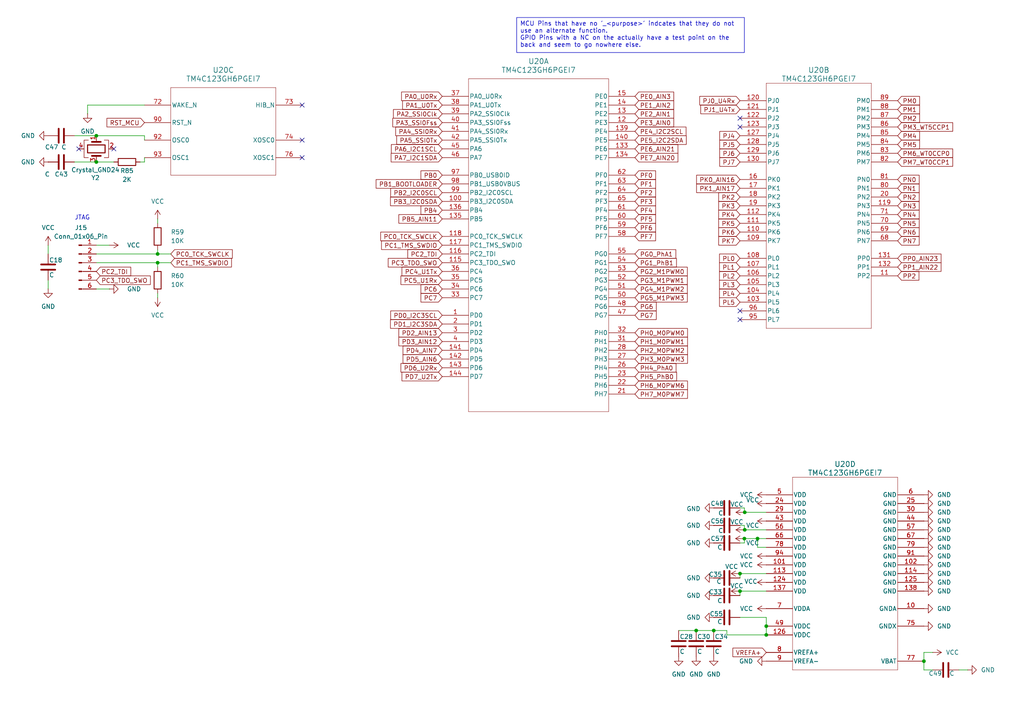
<source format=kicad_sch>
(kicad_sch (version 20250114) (generator "eeschema") (generator_version "9.0")
  (paper "A4")
  (lib_symbols
    (symbol "Connector:Conn_01x06_Pin" (pin_names (offset 1.016) (hide yes))
      (property "Reference" "J" (at 0 7.62 0))
      (property "Value" "Conn_01x06_Pin" (at 0 -10.16 0))
      (symbol "Conn_01x06_Pin_1_1"
        (rectangle (start 0.8636 5.207) (end 0 4.953) (stroke (width 0.1524)) (fill (type outline)))
        (rectangle (start 0.8636 2.667) (end 0 2.413) (stroke (width 0.1524)) (fill (type outline)))
        (rectangle (start 0.8636 0.127) (end 0 -0.127) (stroke (width 0.1524)) (fill (type outline)))
        (rectangle (start 0.8636 -2.413) (end 0 -2.667) (stroke (width 0.1524)) (fill (type outline)))
        (rectangle (start 0.8636 -4.953) (end 0 -5.207) (stroke (width 0.1524)) (fill (type outline)))
        (rectangle (start 0.8636 -7.493) (end 0 -7.747) (stroke (width 0.1524)) (fill (type outline)))
        (polyline (pts (xy 1.27 5.08) (xy 0.8636 5.08)) (stroke (width 0.1524)))
        (polyline (pts (xy 1.27 2.54) (xy 0.8636 2.54)) (stroke (width 0.1524)))
        (polyline (pts (xy 1.27 0) (xy 0.8636 0)) (stroke (width 0.1524)))
        (polyline (pts (xy 1.27 -2.54) (xy 0.8636 -2.54)) (stroke (width 0.1524)))
        (polyline (pts (xy 1.27 -5.08) (xy 0.8636 -5.08)) (stroke (width 0.1524)))
        (polyline (pts (xy 1.27 -7.62) (xy 0.8636 -7.62)) (stroke (width 0.1524)))
        (pin passive line (at 5.08 5.08 180) (length 3.81) (name "Pin_1") (number "1"))
        (pin passive line (at 5.08 2.54 180) (length 3.81) (name "Pin_2") (number "2"))
        (pin passive line (at 5.08 0 180) (length 3.81) (name "Pin_3") (number "3"))
        (pin passive line (at 5.08 -2.54 180) (length 3.81) (name "Pin_4") (number "4"))
        (pin passive line (at 5.08 -5.08 180) (length 3.81) (name "Pin_5") (number "5"))
        (pin passive line (at 5.08 -7.62 180) (length 3.81) (name "Pin_6") (number "6"))
      )
    )
    (symbol "Device:C" (pin_numbers (hide yes)) (pin_names (offset 0.254))
      (property "Reference" "C" (at 0.635 2.54 0))
      (property "Value" "C" (at 0.635 -2.54 0))
      (symbol "C_0_1"
        (polyline (pts (xy -2.032 0.762) (xy 2.032 0.762)) (stroke (width 0.508)))
        (polyline (pts (xy -2.032 -0.762) (xy 2.032 -0.762)) (stroke (width 0.508)))
      )
      (symbol "C_1_1"
        (pin passive line (at 0 3.81 270) (length 2.794) (name "~") (number "1"))
        (pin passive line (at 0 -3.81 90) (length 2.794) (name "~") (number "2"))
      )
    )
    (symbol "Device:Crystal_GND24" (pin_names (offset 1.016) (hide yes))
      (property "Reference" "Y" (at 3.175 5.08 0))
      (property "Value" "Crystal_GND24" (at 3.175 3.175 0))
      (symbol "Crystal_GND24_0_1"
        (polyline (pts (xy -2.54 2.286) (xy -2.54 3.556) (xy 2.54 3.556) (xy 2.54 2.286)))
        (polyline (pts (xy -2.54 0) (xy -2.032 0)))
        (polyline (pts (xy -2.54 -2.286) (xy -2.54 -3.556) (xy 2.54 -3.556) (xy 2.54 -2.286)))
        (polyline (pts (xy -2.032 -1.27) (xy -2.032 1.27)) (stroke (width 0.508)))
        (rectangle (start -1.143 2.54) (end 1.143 -2.54) (stroke (width 0.3048)))
        (polyline (pts (xy 0 3.556) (xy 0 3.81)))
        (polyline (pts (xy 0 -3.81) (xy 0 -3.556)))
        (polyline (pts (xy 2.032 0) (xy 2.54 0)))
        (polyline (pts (xy 2.032 -1.27) (xy 2.032 1.27)) (stroke (width 0.508)))
      )
      (symbol "Crystal_GND24_1_1"
        (pin passive line (at -3.81 0 0) (length 1.27) (name "1") (number "1"))
        (pin passive line (at 0 5.08 270) (length 1.27) (name "2") (number "2"))
        (pin passive line (at 0 -5.08 90) (length 1.27) (name "4") (number "4"))
        (pin passive line (at 3.81 0 180) (length 1.27) (name "3") (number "3"))
      )
    )
    (symbol "Device:R" (pin_numbers (hide yes)) (pin_names (offset 0))
      (property "Reference" "R" (at 2.032 0 90))
      (property "Value" "R" (at 0 0 90))
      (symbol "R_0_1"
        (rectangle (start -1.016 -2.54) (end 1.016 2.54) (stroke (width 0.254)))
      )
      (symbol "R_1_1"
        (pin passive line (at 0 3.81 270) (length 1.27) (name "~") (number "1"))
        (pin passive line (at 0 -3.81 90) (length 1.27) (name "~") (number "2"))
      )
    )
    (symbol "TM4C123GH6PGEI7:TM4C123GH6PGEI7" (pin_names (offset 0.254))
      (property "Reference" "U" (at 0 2.54 0))
      (property "Value" "TM4C123GH6PGEI7" (at 0 0 0))
      (symbol "TM4C123GH6PGEI7_1_1"
        (polyline (pts (xy -20.32 48.26) (xy -20.32 -48.26)) (stroke (width 0.1016)))
        (polyline (pts (xy -20.32 -48.26) (xy 20.32 -48.26)) (stroke (width 0.1016)))
        (polyline (pts (xy 20.32 48.26) (xy -20.32 48.26)) (stroke (width 0.1016)))
        (polyline (pts (xy 20.32 -48.26) (xy 20.32 48.26)) (stroke (width 0.1016)))
        (pin bidirectional line (at -27.94 43.18 0) (length 7.62) (name "PA0_U0Rx") (number "37"))
        (pin bidirectional line (at -27.94 40.64 0) (length 7.62) (name "PA1_U0Tx") (number "38"))
        (pin bidirectional line (at -27.94 38.1 0) (length 7.62) (name "PA2_SSI0Clk") (number "39"))
        (pin bidirectional line (at -27.94 35.56 0) (length 7.62) (name "PA3_SSI0Fss") (number "40"))
        (pin bidirectional line (at -27.94 33.02 0) (length 7.62) (name "PA4_SSI0Rx") (number "41"))
        (pin bidirectional line (at -27.94 30.48 0) (length 7.62) (name "PA5_SSI0Tx") (number "42"))
        (pin bidirectional line (at -27.94 27.94 0) (length 7.62) (name "PA6") (number "45"))
        (pin bidirectional line (at -27.94 25.4 0) (length 7.62) (name "PA7") (number "46"))
        (pin bidirectional line (at -27.94 20.32 0) (length 7.62) (name "PB0_USB0ID") (number "97"))
        (pin bidirectional line (at -27.94 17.78 0) (length 7.62) (name "PB1_USB0VBUS") (number "98"))
        (pin bidirectional line (at -27.94 15.24 0) (length 7.62) (name "PB2_I2C0SCL") (number "99"))
        (pin bidirectional line (at -27.94 12.7 0) (length 7.62) (name "PB3_I2C0SDA") (number "100"))
        (pin bidirectional line (at -27.94 10.16 0) (length 7.62) (name "PB4") (number "136"))
        (pin bidirectional line (at -27.94 7.62 0) (length 7.62) (name "PB5") (number "135"))
        (pin bidirectional line (at -27.94 2.54 0) (length 7.62) (name "PC0_TCK_SWCLK") (number "118"))
        (pin bidirectional line (at -27.94 0 0) (length 7.62) (name "PC1_TMS_SWDIO") (number "117"))
        (pin bidirectional line (at -27.94 -2.54 0) (length 7.62) (name "PC2_TDI") (number "116"))
        (pin bidirectional line (at -27.94 -5.08 0) (length 7.62) (name "PC3_TDO_SWO") (number "115"))
        (pin bidirectional line (at -27.94 -7.62 0) (length 7.62) (name "PC4") (number "36"))
        (pin bidirectional line (at -27.94 -10.16 0) (length 7.62) (name "PC5") (number "35"))
        (pin bidirectional line (at -27.94 -12.7 0) (length 7.62) (name "PC6") (number "34"))
        (pin bidirectional line (at -27.94 -15.24 0) (length 7.62) (name "PC7") (number "33"))
        (pin bidirectional line (at -27.94 -20.32 0) (length 7.62) (name "PD0") (number "1"))
        (pin bidirectional line (at -27.94 -22.86 0) (length 7.62) (name "PD1") (number "2"))
        (pin bidirectional line (at -27.94 -25.4 0) (length 7.62) (name "PD2") (number "3"))
        (pin bidirectional line (at -27.94 -27.94 0) (length 7.62) (name "PD3") (number "4"))
        (pin bidirectional line (at -27.94 -30.48 0) (length 7.62) (name "PD4") (number "141"))
        (pin bidirectional line (at -27.94 -33.02 0) (length 7.62) (name "PD5") (number "142"))
        (pin bidirectional line (at -27.94 -35.56 0) (length 7.62) (name "PD6") (number "143"))
        (pin bidirectional line (at -27.94 -38.1 0) (length 7.62) (name "PD7") (number "144"))
        (pin bidirectional line (at 27.94 43.18 180) (length 7.62) (name "PE0") (number "15"))
        (pin bidirectional line (at 27.94 40.64 180) (length 7.62) (name "PE1") (number "14"))
        (pin bidirectional line (at 27.94 38.1 180) (length 7.62) (name "PE2") (number "13"))
        (pin bidirectional line (at 27.94 35.56 180) (length 7.62) (name "PE3") (number "12"))
        (pin bidirectional line (at 27.94 33.02 180) (length 7.62) (name "PE4") (number "139"))
        (pin bidirectional line (at 27.94 30.48 180) (length 7.62) (name "PE5") (number "140"))
        (pin bidirectional line (at 27.94 27.94 180) (length 7.62) (name "PE6") (number "133"))
        (pin bidirectional line (at 27.94 25.4 180) (length 7.62) (name "PE7") (number "134"))
        (pin bidirectional line (at 27.94 20.32 180) (length 7.62) (name "PF0") (number "62"))
        (pin bidirectional line (at 27.94 17.78 180) (length 7.62) (name "PF1") (number "63"))
        (pin bidirectional line (at 27.94 15.24 180) (length 7.62) (name "PF2") (number "64"))
        (pin bidirectional line (at 27.94 12.7 180) (length 7.62) (name "PF3") (number "65"))
        (pin bidirectional line (at 27.94 10.16 180) (length 7.62) (name "PF4") (number "61"))
        (pin bidirectional line (at 27.94 7.62 180) (length 7.62) (name "PF5") (number "60"))
        (pin bidirectional line (at 27.94 5.08 180) (length 7.62) (name "PF6") (number "59"))
        (pin bidirectional line (at 27.94 2.54 180) (length 7.62) (name "PF7") (number "58"))
        (pin bidirectional line (at 27.94 -2.54 180) (length 7.62) (name "PG0") (number "55"))
        (pin bidirectional line (at 27.94 -5.08 180) (length 7.62) (name "PG1") (number "54"))
        (pin bidirectional line (at 27.94 -7.62 180) (length 7.62) (name "PG2") (number "53"))
        (pin bidirectional line (at 27.94 -10.16 180) (length 7.62) (name "PG3") (number "52"))
        (pin bidirectional line (at 27.94 -12.7 180) (length 7.62) (name "PG4") (number "51"))
        (pin bidirectional line (at 27.94 -15.24 180) (length 7.62) (name "PG5") (number "50"))
        (pin bidirectional line (at 27.94 -17.78 180) (length 7.62) (name "PG6") (number "48"))
        (pin bidirectional line (at 27.94 -20.32 180) (length 7.62) (name "PG7") (number "47"))
        (pin bidirectional line (at 27.94 -25.4 180) (length 7.62) (name "PH0") (number "32"))
        (pin bidirectional line (at 27.94 -27.94 180) (length 7.62) (name "PH1") (number "31"))
        (pin bidirectional line (at 27.94 -30.48 180) (length 7.62) (name "PH2") (number "28"))
        (pin bidirectional line (at 27.94 -33.02 180) (length 7.62) (name "PH3") (number "27"))
        (pin bidirectional line (at 27.94 -35.56 180) (length 7.62) (name "PH4") (number "26"))
        (pin bidirectional line (at 27.94 -38.1 180) (length 7.62) (name "PH5") (number "23"))
        (pin bidirectional line (at 27.94 -40.64 180) (length 7.62) (name "PH6") (number "22"))
        (pin bidirectional line (at 27.94 -43.18 180) (length 7.62) (name "PH7") (number "21"))
      )
      (symbol "TM4C123GH6PGEI7_2_1"
        (polyline (pts (xy -15.24 35.56) (xy -15.24 -35.56)) (stroke (width 0.1016)))
        (polyline (pts (xy -15.24 -35.56) (xy 15.24 -35.56)) (stroke (width 0.1016)))
        (polyline (pts (xy 15.24 35.56) (xy -15.24 35.56)) (stroke (width 0.1016)))
        (polyline (pts (xy 15.24 -35.56) (xy 15.24 35.56)) (stroke (width 0.1016)))
        (pin bidirectional line (at -22.86 30.48 0) (length 7.62) (name "PJ0") (number "120"))
        (pin bidirectional line (at -22.86 27.94 0) (length 7.62) (name "PJ1") (number "121"))
        (pin bidirectional line (at -22.86 25.4 0) (length 7.62) (name "PJ2") (number "122"))
        (pin bidirectional line (at -22.86 22.86 0) (length 7.62) (name "PJ3") (number "123"))
        (pin bidirectional line (at -22.86 20.32 0) (length 7.62) (name "PJ4") (number "127"))
        (pin bidirectional line (at -22.86 17.78 0) (length 7.62) (name "PJ5") (number "128"))
        (pin bidirectional line (at -22.86 15.24 0) (length 7.62) (name "PJ6") (number "129"))
        (pin bidirectional line (at -22.86 12.7 0) (length 7.62) (name "PJ7") (number "130"))
        (pin bidirectional line (at -22.86 7.62 0) (length 7.62) (name "PK0") (number "16"))
        (pin bidirectional line (at -22.86 5.08 0) (length 7.62) (name "PK1") (number "17"))
        (pin bidirectional line (at -22.86 2.54 0) (length 7.62) (name "PK2") (number "18"))
        (pin bidirectional line (at -22.86 0 0) (length 7.62) (name "PK3") (number "19"))
        (pin bidirectional line (at -22.86 -2.54 0) (length 7.62) (name "PK4") (number "112"))
        (pin bidirectional line (at -22.86 -5.08 0) (length 7.62) (name "PK5") (number "111"))
        (pin bidirectional line (at -22.86 -7.62 0) (length 7.62) (name "PK6") (number "110"))
        (pin bidirectional line (at -22.86 -10.16 0) (length 7.62) (name "PK7") (number "109"))
        (pin bidirectional line (at -22.86 -15.24 0) (length 7.62) (name "PL0") (number "108"))
        (pin bidirectional line (at -22.86 -17.78 0) (length 7.62) (name "PL1") (number "107"))
        (pin bidirectional line (at -22.86 -20.32 0) (length 7.62) (name "PL2") (number "106"))
        (pin bidirectional line (at -22.86 -22.86 0) (length 7.62) (name "PL3") (number "105"))
        (pin bidirectional line (at -22.86 -25.4 0) (length 7.62) (name "PL4") (number "104"))
        (pin bidirectional line (at -22.86 -27.94 0) (length 7.62) (name "PL5") (number "103"))
        (pin bidirectional line (at -22.86 -30.48 0) (length 7.62) (name "PL6") (number "96"))
        (pin bidirectional line (at -22.86 -33.02 0) (length 7.62) (name "PL7") (number "95"))
        (pin bidirectional line (at 22.86 30.48 180) (length 7.62) (name "PM0") (number "89"))
        (pin bidirectional line (at 22.86 27.94 180) (length 7.62) (name "PM1") (number "88"))
        (pin bidirectional line (at 22.86 25.4 180) (length 7.62) (name "PM2") (number "87"))
        (pin bidirectional line (at 22.86 22.86 180) (length 7.62) (name "PM3") (number "86"))
        (pin bidirectional line (at 22.86 20.32 180) (length 7.62) (name "PM4") (number "85"))
        (pin bidirectional line (at 22.86 17.78 180) (length 7.62) (name "PM5") (number "84"))
        (pin bidirectional line (at 22.86 15.24 180) (length 7.62) (name "PM6") (number "83"))
        (pin bidirectional line (at 22.86 12.7 180) (length 7.62) (name "PM7") (number "82"))
        (pin bidirectional line (at 22.86 7.62 180) (length 7.62) (name "PN0") (number "81"))
        (pin bidirectional line (at 22.86 5.08 180) (length 7.62) (name "PN1") (number "80"))
        (pin bidirectional line (at 22.86 2.54 180) (length 7.62) (name "PN2") (number "20"))
        (pin bidirectional line (at 22.86 0 180) (length 7.62) (name "PN3") (number "119"))
        (pin bidirectional line (at 22.86 -2.54 180) (length 7.62) (name "PN4") (number "71"))
        (pin bidirectional line (at 22.86 -5.08 180) (length 7.62) (name "PN5") (number "70"))
        (pin bidirectional line (at 22.86 -7.62 180) (length 7.62) (name "PN6") (number "69"))
        (pin bidirectional line (at 22.86 -10.16 180) (length 7.62) (name "PN7") (number "68"))
        (pin bidirectional line (at 22.86 -15.24 180) (length 7.62) (name "PP0") (number "131"))
        (pin bidirectional line (at 22.86 -17.78 180) (length 7.62) (name "PP1") (number "132"))
        (pin bidirectional line (at 22.86 -20.32 180) (length 7.62) (name "PP2") (number "11"))
      )
      (symbol "TM4C123GH6PGEI7_3_1"
        (polyline (pts (xy -15.24 12.7) (xy -15.24 -12.7)) (stroke (width 0.1016)))
        (polyline (pts (xy -15.24 -12.7) (xy 15.24 -12.7)) (stroke (width 0.1016)))
        (polyline (pts (xy 15.24 12.7) (xy -15.24 12.7)) (stroke (width 0.1016)))
        (polyline (pts (xy 15.24 -12.7) (xy 15.24 12.7)) (stroke (width 0.1016)))
        (pin input line (at -22.86 7.62 0) (length 7.62) (name "WAKE_N") (number "72"))
        (pin input line (at -22.86 2.54 0) (length 7.62) (name "RST_N") (number "90"))
        (pin input line (at -22.86 -2.54 0) (length 7.62) (name "OSC0") (number "92"))
        (pin output line (at -22.86 -7.62 0) (length 7.62) (name "OSC1") (number "93"))
        (pin output line (at 22.86 7.62 180) (length 7.62) (name "HIB_N") (number "73"))
        (pin input line (at 22.86 -2.54 180) (length 7.62) (name "XOSC0") (number "74"))
        (pin output line (at 22.86 -7.62 180) (length 7.62) (name "XOSC1") (number "76"))
      )
      (symbol "TM4C123GH6PGEI7_4_1"
        (polyline (pts (xy -15.24 27.94) (xy -15.24 -27.94)) (stroke (width 0.1016)))
        (polyline (pts (xy -15.24 -27.94) (xy 15.24 -27.94)) (stroke (width 0.1016)))
        (polyline (pts (xy 15.24 27.94) (xy -15.24 27.94)) (stroke (width 0.1016)))
        (polyline (pts (xy 15.24 -27.94) (xy 15.24 27.94)) (stroke (width 0.1016)))
        (pin power_in line (at -22.86 22.86 0) (length 7.62) (name "VDD") (number "5"))
        (pin power_in line (at -22.86 20.32 0) (length 7.62) (name "VDD") (number "24"))
        (pin power_in line (at -22.86 17.78 0) (length 7.62) (name "VDD") (number "29"))
        (pin power_in line (at -22.86 15.24 0) (length 7.62) (name "VDD") (number "43"))
        (pin power_in line (at -22.86 12.7 0) (length 7.62) (name "VDD") (number "56"))
        (pin power_in line (at -22.86 10.16 0) (length 7.62) (name "VDD") (number "66"))
        (pin power_in line (at -22.86 7.62 0) (length 7.62) (name "VDD") (number "78"))
        (pin power_in line (at -22.86 5.08 0) (length 7.62) (name "VDD") (number "94"))
        (pin power_in line (at -22.86 2.54 0) (length 7.62) (name "VDD") (number "101"))
        (pin power_in line (at -22.86 0 0) (length 7.62) (name "VDD") (number "113"))
        (pin power_in line (at -22.86 -2.54 0) (length 7.62) (name "VDD") (number "124"))
        (pin power_in line (at -22.86 -5.08 0) (length 7.62) (name "VDD") (number "137"))
        (pin power_in line (at -22.86 -10.16 0) (length 7.62) (name "VDDA") (number "7"))
        (pin power_in line (at -22.86 -15.24 0) (length 7.62) (name "VDDC") (number "49"))
        (pin power_in line (at -22.86 -17.78 0) (length 7.62) (name "VDDC") (number "126"))
        (pin power_in line (at -22.86 -22.86 0) (length 7.62) (name "VREFA+") (number "8"))
        (pin power_in line (at -22.86 -25.4 0) (length 7.62) (name "VREFA-") (number "9"))
        (pin power_in line (at 22.86 22.86 180) (length 7.62) (name "GND") (number "6"))
        (pin power_in line (at 22.86 20.32 180) (length 7.62) (name "GND") (number "25"))
        (pin power_in line (at 22.86 17.78 180) (length 7.62) (name "GND") (number "30"))
        (pin power_in line (at 22.86 15.24 180) (length 7.62) (name "GND") (number "44"))
        (pin power_in line (at 22.86 12.7 180) (length 7.62) (name "GND") (number "57"))
        (pin power_in line (at 22.86 10.16 180) (length 7.62) (name "GND") (number "67"))
        (pin power_in line (at 22.86 7.62 180) (length 7.62) (name "GND") (number "79"))
        (pin power_in line (at 22.86 5.08 180) (length 7.62) (name "GND") (number "91"))
        (pin power_in line (at 22.86 2.54 180) (length 7.62) (name "GND") (number "102"))
        (pin power_in line (at 22.86 0 180) (length 7.62) (name "GND") (number "114"))
        (pin power_in line (at 22.86 -2.54 180) (length 7.62) (name "GND") (number "125"))
        (pin power_in line (at 22.86 -5.08 180) (length 7.62) (name "GND") (number "138"))
        (pin power_in line (at 22.86 -10.16 180) (length 7.62) (name "GNDA") (number "10"))
        (pin power_in line (at 22.86 -15.24 180) (length 7.62) (name "GNDX") (number "75"))
        (pin power_in line (at 22.86 -25.4 180) (length 7.62) (name "VBAT") (number "77"))
      )
    )
    (symbol "power:GND" (power) (pin_numbers (hide yes)) (pin_names (offset 0) (hide yes))
      (property "Value" "GND" (at 0 -3.81 0))
      (symbol "GND_0_1"
        (polyline (pts (xy 0 0) (xy 0 -1.27) (xy 1.27 -1.27) (xy 0 -2.54) (xy -1.27 -1.27) (xy 0 -1.27)))
      )
      (symbol "GND_1_1"
        (pin power_in line (at 0 0 270) (length 0) (name "~") (number "1"))
      )
    )
    (symbol "power:VCC" (power) (pin_numbers (hide yes)) (pin_names (offset 0) (hide yes))
      (property "Value" "VCC" (at 0 3.556 0))
      (symbol "VCC_0_1"
        (polyline (pts (xy -0.762 1.27) (xy 0 2.54)))
        (polyline (pts (xy 0 2.54) (xy 0.762 1.27)))
        (polyline (pts (xy 0 0) (xy 0 2.54)))
      )
      (symbol "VCC_1_1"
        (pin power_in line (at 0 0 90) (length 0) (name "~") (number "1"))
      )
    )
  )
  (text "JTAG" (at 23.876 63.246 0) (effects (font (size 1.27 1.27))))
  (text_box "MCU Pins that have no '_<purpose>' indcates that they do not use an alternate function.\nGPIO Pins with a NC on the actually have a test point on the back and seem to go nowhere else." (at 149.86 5.08 0) (size 66.04 10.16) (margins 0.9525 0.9525 0.9525 0.9525) (effects (font (size 1.27 1.27)) (justify left top)))
  (junction (at 219.71 156.21))
  (junction (at 215.9 156.213))
  (junction (at 267.97 191.77))
  (junction (at 27.94 46.99))
  (junction (at 222.25 184.15))
  (junction (at 207.01 182.88))
  (junction (at 216.0047 153.67))
  (junction (at 214.63 171.45))
  (junction (at 216.0047 148.59))
  (junction (at 45.72 73.66))
  (junction (at 27.94 39.37))
  (junction (at 214.63 166.37))
  (junction (at 222.25 181.61))
  (junction (at 45.72 76.2))
  (junction (at 201.93 182.88))
  (no_connect (at 214.63 90.17))
  (no_connect (at 87.63 40.64))
  (no_connect (at 33.02 43.18))
  (no_connect (at 214.63 36.83))
  (no_connect (at 22.86 43.18))
  (no_connect (at 214.63 34.29))
  (no_connect (at 87.63 45.72))
  (no_connect (at 214.63 92.71))
  (no_connect (at 87.63 30.48))
  (wire (pts (xy 219.71 156.21) (xy 215.9 156.21)))
  (wire (pts (xy 214.63 171.45) (xy 222.25 171.45)))
  (wire (pts (xy 41.91 46.99) (xy 41.91 45.72)))
  (wire (pts (xy 267.97 194.31) (xy 267.97 191.77)))
  (wire (pts (xy 214.63 152.4) (xy 215.9 152.4)))
  (wire (pts (xy 210.82 184.15) (xy 210.82 182.88)))
  (wire (pts (xy 214.63 179.07) (xy 222.25 179.07)))
  (wire (pts (xy 27.94 39.37) (xy 41.91 39.37)))
  (wire (pts (xy 45.72 72.39) (xy 45.72 73.66)))
  (wire (pts (xy 222.25 181.61) (xy 222.25 184.15)))
  (wire (pts (xy 27.94 83.82) (xy 31.75 83.82)))
  (wire (pts (xy 210.82 182.88) (xy 207.01 182.88)))
  (wire (pts (xy 215.9 157.48) (xy 214.63 157.48)))
  (wire (pts (xy 13.97 81.28) (xy 13.97 83.82)))
  (wire (pts (xy 49.53 73.66) (xy 45.72 73.66)))
  (wire (pts (xy 196.85 182.88) (xy 201.93 182.88)))
  (wire (pts (xy 41.91 39.37) (xy 41.91 40.64)))
  (wire (pts (xy 280.67 194.31) (xy 278.13 194.31)))
  (wire (pts (xy 13.97 71.12) (xy 13.97 73.66)))
  (wire (pts (xy 215.9 156.213) (xy 215.9 157.48)))
  (wire (pts (xy 45.72 76.2) (xy 45.72 77.47)))
  (wire (pts (xy 49.53 76.2) (xy 45.72 76.2)))
  (wire (pts (xy 45.72 73.66) (xy 27.94 73.66)))
  (wire (pts (xy 45.72 85.09) (xy 45.72 86.36)))
  (wire (pts (xy 21.59 46.99) (xy 27.94 46.99)))
  (wire (pts (xy 270.51 189.23) (xy 267.97 189.23)))
  (wire (pts (xy 45.72 76.2) (xy 27.94 76.2)))
  (wire (pts (xy 21.59 39.37) (xy 27.94 39.37)))
  (wire (pts (xy 215.9 147.32) (xy 215.9 148.59)))
  (wire (pts (xy 214.63 166.37) (xy 214.63 167.64)))
  (wire (pts (xy 219.71 156.21) (xy 219.71 158.75)))
  (wire (pts (xy 216.0047 148.59) (xy 222.25 148.59)))
  (wire (pts (xy 267.97 194.31) (xy 270.51 194.31)))
  (wire (pts (xy 27.94 71.12) (xy 31.75 71.12)))
  (wire (pts (xy 222.25 184.15) (xy 210.82 184.15)))
  (wire (pts (xy 25.4 30.48) (xy 41.91 30.48)))
  (wire (pts (xy 25.4 33.02) (xy 25.4 30.48)))
  (wire (pts (xy 215.9 152.4) (xy 215.9 153.67)))
  (wire (pts (xy 45.72 63.5) (xy 45.72 64.77)))
  (wire (pts (xy 201.93 182.88) (xy 207.01 182.88)))
  (wire (pts (xy 222.25 158.75) (xy 219.71 158.75)))
  (wire (pts (xy 215.9 153.67) (xy 216.0047 153.67)))
  (wire (pts (xy 222.25 156.21) (xy 219.71 156.21)))
  (wire (pts (xy 215.9 156.21) (xy 215.9 156.213)))
  (wire (pts (xy 222.25 179.07) (xy 222.25 181.61)))
  (wire (pts (xy 267.97 189.23) (xy 267.97 191.77)))
  (wire (pts (xy 214.63 166.37) (xy 222.25 166.37)))
  (wire (pts (xy 215.9 148.59) (xy 216.0047 148.59)))
  (wire (pts (xy 27.94 46.99) (xy 33.02 46.99)))
  (wire (pts (xy 216.0047 153.67) (xy 222.25 153.67)))
  (wire (pts (xy 214.63 171.45) (xy 214.63 172.72)))
  (wire (pts (xy 40.64 46.99) (xy 41.91 46.99)))
  (wire (pts (xy 214.63 147.32) (xy 215.9 147.32)))
  (global_label "PD0_I2C3SCL" (shape input) (at 128.27 91.44 180) (property "Intersheetrefs" "${INTERSHEET_REFS}" (effects (hide yes))))
  (global_label "PM5" (shape input) (at 260.35 41.91 0) (property "Intersheetrefs" "${INTERSHEET_REFS}" (effects (hide yes))))
  (global_label "PM2" (shape input) (at 260.35 34.29 0) (property "Intersheetrefs" "${INTERSHEET_REFS}" (effects (hide yes))))
  (global_label "PC1_TMS_SWDIO" (shape input) (at 128.27 71.12 180) (property "Intersheetrefs" "${INTERSHEET_REFS}" (effects (hide yes))))
  (global_label "PB4" (shape input) (at 128.27 60.96 180) (property "Intersheetrefs" "${INTERSHEET_REFS}" (effects (hide yes))))
  (global_label "PA7_I2C1SDA" (shape input) (at 128.27 45.72 180) (property "Intersheetrefs" "${INTERSHEET_REFS}" (effects (hide yes))))
  (global_label "PJ5" (shape input) (at 214.63 41.91 180) (property "Intersheetrefs" "${INTERSHEET_REFS}" (effects (hide yes))))
  (global_label "PL1" (shape input) (at 214.63 77.47 180) (property "Intersheetrefs" "${INTERSHEET_REFS}" (effects (hide yes))))
  (global_label "PF3" (shape input) (at 184.15 58.42 0) (property "Intersheetrefs" "${INTERSHEET_REFS}" (effects (hide yes))))
  (global_label "PP1_AIN22" (shape input) (at 260.35 77.47 0) (property "Intersheetrefs" "${INTERSHEET_REFS}" (effects (hide yes))))
  (global_label "PD4_AIN7" (shape input) (at 128.27 101.6 180) (property "Intersheetrefs" "${INTERSHEET_REFS}" (effects (hide yes))))
  (global_label "PK4" (shape input) (at 214.63 62.23 180) (property "Intersheetrefs" "${INTERSHEET_REFS}" (effects (hide yes))))
  (global_label "PJ6" (shape input) (at 214.63 44.45 180) (property "Intersheetrefs" "${INTERSHEET_REFS}" (effects (hide yes))))
  (global_label "PH6_M0PWM6" (shape input) (at 184.15 111.76 0) (property "Intersheetrefs" "${INTERSHEET_REFS}" (effects (hide yes))))
  (global_label "PH0_M0PWM0" (shape input) (at 184.15 96.52 0) (property "Intersheetrefs" "${INTERSHEET_REFS}" (effects (hide yes))))
  (global_label "PC2_TDI" (shape input) (at 27.94 78.74 0) (property "Intersheetrefs" "${INTERSHEET_REFS}" (effects (hide yes))))
  (global_label "PL3" (shape input) (at 214.63 82.55 180) (property "Intersheetrefs" "${INTERSHEET_REFS}" (effects (hide yes))))
  (global_label "PA4_SSI0Rx" (shape input) (at 128.27 38.1 180) (property "Intersheetrefs" "${INTERSHEET_REFS}" (effects (hide yes))))
  (global_label "PH1_M0PWM1" (shape input) (at 184.15 99.06 0) (property "Intersheetrefs" "${INTERSHEET_REFS}" (effects (hide yes))))
  (global_label "PN2" (shape input) (at 260.35 57.15 0) (property "Intersheetrefs" "${INTERSHEET_REFS}" (effects (hide yes))))
  (global_label "PB0" (shape input) (at 128.27 50.8 180) (property "Intersheetrefs" "${INTERSHEET_REFS}" (effects (hide yes))))
  (global_label "PA2_SSI0Clk" (shape input) (at 128.27 33.02 180) (property "Intersheetrefs" "${INTERSHEET_REFS}" (effects (hide yes))))
  (global_label "PE7_AIN20" (shape input) (at 184.15 45.72 0) (property "Intersheetrefs" "${INTERSHEET_REFS}" (effects (hide yes))))
  (global_label "PE3_AIN0" (shape input) (at 184.15 35.56 0) (property "Intersheetrefs" "${INTERSHEET_REFS}" (effects (hide yes))))
  (global_label "PF1" (shape input) (at 184.15 53.34 0) (property "Intersheetrefs" "${INTERSHEET_REFS}" (effects (hide yes))))
  (global_label "PA1_U0Tx" (shape input) (at 128.27 30.48 180) (property "Intersheetrefs" "${INTERSHEET_REFS}" (effects (hide yes))))
  (global_label "RST_MCU" (shape input) (at 41.91 35.56 180) (property "Intersheetrefs" "${INTERSHEET_REFS}" (effects (hide yes))))
  (global_label "PD3_AIN12" (shape input) (at 128.27 99.06 180) (property "Intersheetrefs" "${INTERSHEET_REFS}" (effects (hide yes))))
  (global_label "PC0_TCK_SWCLK" (shape input) (at 128.27 68.58 180) (property "Intersheetrefs" "${INTERSHEET_REFS}" (effects (hide yes))))
  (global_label "PE4_I2C2SCL" (shape input) (at 184.15 38.1 0) (property "Intersheetrefs" "${INTERSHEET_REFS}" (effects (hide yes))))
  (global_label "PG6" (shape input) (at 184.15 88.9 0) (property "Intersheetrefs" "${INTERSHEET_REFS}" (effects (hide yes))))
  (global_label "PE1_AIN2" (shape input) (at 184.15 30.48 0) (property "Intersheetrefs" "${INTERSHEET_REFS}" (effects (hide yes))))
  (global_label "PD1_I2C3SDA" (shape input) (at 128.27 93.98 180) (property "Intersheetrefs" "${INTERSHEET_REFS}" (effects (hide yes))))
  (global_label "PB2_I2C0SCL" (shape input) (at 128.27 55.88 180) (property "Intersheetrefs" "${INTERSHEET_REFS}" (effects (hide yes))))
  (global_label "PN5" (shape input) (at 260.35 64.77 0) (property "Intersheetrefs" "${INTERSHEET_REFS}" (effects (hide yes))))
  (global_label "PD6_U2Rx" (shape input) (at 128.27 106.68 180) (property "Intersheetrefs" "${INTERSHEET_REFS}" (effects (hide yes))))
  (global_label "PG0_PhA1" (shape input) (at 184.15 73.66 0) (property "Intersheetrefs" "${INTERSHEET_REFS}" (effects (hide yes))))
  (global_label "PA3_SSI0Fss" (shape input) (at 128.27 35.56 180) (property "Intersheetrefs" "${INTERSHEET_REFS}" (effects (hide yes))))
  (global_label "PN1" (shape input) (at 260.35 54.61 0) (property "Intersheetrefs" "${INTERSHEET_REFS}" (effects (hide yes))))
  (global_label "PA0_U0Rx" (shape input) (at 128.27 27.94 180) (property "Intersheetrefs" "${INTERSHEET_REFS}" (effects (hide yes))))
  (global_label "PC5_U1Rx" (shape input) (at 128.27 81.28 180) (property "Intersheetrefs" "${INTERSHEET_REFS}" (effects (hide yes))))
  (global_label "PG1_PhB1" (shape input) (at 184.15 76.2 0) (property "Intersheetrefs" "${INTERSHEET_REFS}" (effects (hide yes))))
  (global_label "PG4_M1PWM2" (shape input) (at 184.15 83.82 0) (property "Intersheetrefs" "${INTERSHEET_REFS}" (effects (hide yes))))
  (global_label "PN3" (shape input) (at 260.35 59.69 0) (property "Intersheetrefs" "${INTERSHEET_REFS}" (effects (hide yes))))
  (global_label "PG3_M1PWM1" (shape input) (at 184.15 81.28 0) (property "Intersheetrefs" "${INTERSHEET_REFS}" (effects (hide yes))))
  (global_label "PB3_I2C0SDA" (shape input) (at 128.27 58.42 180) (property "Intersheetrefs" "${INTERSHEET_REFS}" (effects (hide yes))))
  (global_label "PH3_M0PWM3" (shape input) (at 184.15 104.14 0) (property "Intersheetrefs" "${INTERSHEET_REFS}" (effects (hide yes))))
  (global_label "PH5_PhB0" (shape input) (at 184.15 109.22 0) (property "Intersheetrefs" "${INTERSHEET_REFS}" (effects (hide yes))))
  (global_label "PN0" (shape input) (at 260.35 52.07 0) (property "Intersheetrefs" "${INTERSHEET_REFS}" (effects (hide yes))))
  (global_label "PE6_AIN21" (shape input) (at 184.15 43.18 0) (property "Intersheetrefs" "${INTERSHEET_REFS}" (effects (hide yes))))
  (global_label "PM6_WT0CCP0" (shape input) (at 260.35 44.45 0) (property "Intersheetrefs" "${INTERSHEET_REFS}" (effects (hide yes))))
  (global_label "PL5" (shape input) (at 214.63 87.63 180) (property "Intersheetrefs" "${INTERSHEET_REFS}" (effects (hide yes))))
  (global_label "PH4_PhA0" (shape input) (at 184.15 106.68 0) (property "Intersheetrefs" "${INTERSHEET_REFS}" (effects (hide yes))))
  (global_label "PE5_I2C2SDA" (shape input) (at 184.15 40.64 0) (property "Intersheetrefs" "${INTERSHEET_REFS}" (effects (hide yes))))
  (global_label "PK6" (shape input) (at 214.63 67.31 180) (property "Intersheetrefs" "${INTERSHEET_REFS}" (effects (hide yes))))
  (global_label "PF4" (shape input) (at 184.15 60.96 0) (property "Intersheetrefs" "${INTERSHEET_REFS}" (effects (hide yes))))
  (global_label "PK0_AIN16" (shape input) (at 214.63 52.07 180) (property "Intersheetrefs" "${INTERSHEET_REFS}" (effects (hide yes))))
  (global_label "PC0_TCK_SWCLK" (shape input) (at 49.53 73.66 0) (property "Intersheetrefs" "${INTERSHEET_REFS}" (effects (hide yes))))
  (global_label "PD2_AIN13" (shape input) (at 128.27 96.52 180) (property "Intersheetrefs" "${INTERSHEET_REFS}" (effects (hide yes))))
  (global_label "PM3_WT5CCP1" (shape input) (at 260.35 36.83 0) (property "Intersheetrefs" "${INTERSHEET_REFS}" (effects (hide yes))))
  (global_label "PC6" (shape input) (at 128.27 83.82 180) (property "Intersheetrefs" "${INTERSHEET_REFS}" (effects (hide yes))))
  (global_label "PD5_AIN6" (shape input) (at 128.27 104.14 180) (property "Intersheetrefs" "${INTERSHEET_REFS}" (effects (hide yes))))
  (global_label "PE2_AIN1" (shape input) (at 184.15 33.02 0) (property "Intersheetrefs" "${INTERSHEET_REFS}" (effects (hide yes))))
  (global_label "PF7" (shape input) (at 184.15 68.58 0) (property "Intersheetrefs" "${INTERSHEET_REFS}" (effects (hide yes))))
  (global_label "PM4" (shape input) (at 260.35 39.37 0) (property "Intersheetrefs" "${INTERSHEET_REFS}" (effects (hide yes))))
  (global_label "PN4" (shape input) (at 260.35 62.23 0) (property "Intersheetrefs" "${INTERSHEET_REFS}" (effects (hide yes))))
  (global_label "PD7_U2Tx" (shape input) (at 128.27 109.22 180) (property "Intersheetrefs" "${INTERSHEET_REFS}" (effects (hide yes))))
  (global_label "PM7_WT0CCP1" (shape input) (at 260.35 46.99 0) (property "Intersheetrefs" "${INTERSHEET_REFS}" (effects (hide yes))))
  (global_label "PG5_M1PWM3" (shape input) (at 184.15 86.36 0) (property "Intersheetrefs" "${INTERSHEET_REFS}" (effects (hide yes))))
  (global_label "PM1" (shape input) (at 260.35 31.75 0) (property "Intersheetrefs" "${INTERSHEET_REFS}" (effects (hide yes))))
  (global_label "PP0_AIN23" (shape input) (at 260.35 74.93 0) (property "Intersheetrefs" "${INTERSHEET_REFS}" (effects (hide yes))))
  (global_label "PC4_U1Tx" (shape input) (at 128.27 78.74 180) (property "Intersheetrefs" "${INTERSHEET_REFS}" (effects (hide yes))))
  (global_label "PC2_TDI" (shape input) (at 128.27 73.66 180) (property "Intersheetrefs" "${INTERSHEET_REFS}" (effects (hide yes))))
  (global_label "PE0_AIN3" (shape input) (at 184.15 27.94 0) (property "Intersheetrefs" "${INTERSHEET_REFS}" (effects (hide yes))))
  (global_label "PL2" (shape input) (at 214.63 80.01 180) (property "Intersheetrefs" "${INTERSHEET_REFS}" (effects (hide yes))))
  (global_label "PH7_M0PWM7" (shape input) (at 184.15 114.3 0) (property "Intersheetrefs" "${INTERSHEET_REFS}" (effects (hide yes))))
  (global_label "PF2" (shape input) (at 184.15 55.88 0) (property "Intersheetrefs" "${INTERSHEET_REFS}" (effects (hide yes))))
  (global_label "PC7" (shape input) (at 128.27 86.36 180) (property "Intersheetrefs" "${INTERSHEET_REFS}" (effects (hide yes))))
  (global_label "PB5_AIN11" (shape input) (at 128.27 63.5 180) (property "Intersheetrefs" "${INTERSHEET_REFS}" (effects (hide yes))))
  (global_label "PG7" (shape input) (at 184.15 91.44 0) (property "Intersheetrefs" "${INTERSHEET_REFS}" (effects (hide yes))))
  (global_label "PL0" (shape input) (at 214.63 74.93 180) (property "Intersheetrefs" "${INTERSHEET_REFS}" (effects (hide yes))))
  (global_label "PJ7" (shape input) (at 214.63 46.99 180) (property "Intersheetrefs" "${INTERSHEET_REFS}" (effects (hide yes))))
  (global_label "PK7" (shape input) (at 214.63 69.85 180) (property "Intersheetrefs" "${INTERSHEET_REFS}" (effects (hide yes))))
  (global_label "PJ0_U4Rx" (shape input) (at 214.63 29.21 180) (property "Intersheetrefs" "${INTERSHEET_REFS}" (effects (hide yes))))
  (global_label "PF5" (shape input) (at 184.15 63.5 0) (property "Intersheetrefs" "${INTERSHEET_REFS}" (effects (hide yes))))
  (global_label "PK3" (shape input) (at 214.63 59.69 180) (property "Intersheetrefs" "${INTERSHEET_REFS}" (effects (hide yes))))
  (global_label "PB1_BOOTLOADER" (shape input) (at 128.27 53.34 180) (property "Intersheetrefs" "${INTERSHEET_REFS}" (effects (hide yes))))
  (global_label "PP2" (shape input) (at 260.35 80.01 0) (property "Intersheetrefs" "${INTERSHEET_REFS}" (effects (hide yes))))
  (global_label "PC3_TDO_SWO" (shape input) (at 128.27 76.2 180) (property "Intersheetrefs" "${INTERSHEET_REFS}" (effects (hide yes))))
  (global_label "PF6" (shape input) (at 184.15 66.04 0) (property "Intersheetrefs" "${INTERSHEET_REFS}" (effects (hide yes))))
  (global_label "PC1_TMS_SWDIO" (shape input) (at 49.53 76.2 0) (property "Intersheetrefs" "${INTERSHEET_REFS}" (effects (hide yes))))
  (global_label "PK5" (shape input) (at 214.63 64.77 180) (property "Intersheetrefs" "${INTERSHEET_REFS}" (effects (hide yes))))
  (global_label "PH2_M0PWM2" (shape input) (at 184.15 101.6 0) (property "Intersheetrefs" "${INTERSHEET_REFS}" (effects (hide yes))))
  (global_label "VREFA+" (shape input) (at 222.25 189.23 180) (property "Intersheetrefs" "${INTERSHEET_REFS}" (effects (hide yes))))
  (global_label "PK2" (shape input) (at 214.63 57.15 180) (property "Intersheetrefs" "${INTERSHEET_REFS}" (effects (hide yes))))
  (global_label "PN6" (shape input) (at 260.35 67.31 0) (property "Intersheetrefs" "${INTERSHEET_REFS}" (effects (hide yes))))
  (global_label "PC3_TDO_SWO" (shape input) (at 27.94 81.28 0) (property "Intersheetrefs" "${INTERSHEET_REFS}" (effects (hide yes))))
  (global_label "PA5_SSI0Tx" (shape input) (at 128.27 40.64 180) (property "Intersheetrefs" "${INTERSHEET_REFS}" (effects (hide yes))))
  (global_label "PL4" (shape input) (at 214.63 85.09 180) (property "Intersheetrefs" "${INTERSHEET_REFS}" (effects (hide yes))))
  (global_label "PJ4" (shape input) (at 214.63 39.37 180) (property "Intersheetrefs" "${INTERSHEET_REFS}" (effects (hide yes))))
  (global_label "PF0" (shape input) (at 184.15 50.8 0) (property "Intersheetrefs" "${INTERSHEET_REFS}" (effects (hide yes))))
  (global_label "PG2_M1PWM0" (shape input) (at 184.15 78.74 0) (property "Intersheetrefs" "${INTERSHEET_REFS}" (effects (hide yes))))
  (global_label "PA6_I2C1SCL" (shape input) (at 128.27 43.18 180) (property "Intersheetrefs" "${INTERSHEET_REFS}" (effects (hide yes))))
  (global_label "PN7" (shape input) (at 260.35 69.85 0) (property "Intersheetrefs" "${INTERSHEET_REFS}" (effects (hide yes))))
  (global_label "PM0" (shape input) (at 260.35 29.21 0) (property "Intersheetrefs" "${INTERSHEET_REFS}" (effects (hide yes))))
  (global_label "PK1_AIN17" (shape input) (at 214.63 54.61 180) (property "Intersheetrefs" "${INTERSHEET_REFS}" (effects (hide yes))))
  (global_label "PJ1_U4Tx" (shape input) (at 214.63 31.75 180) (property "Intersheetrefs" "${INTERSHEET_REFS}" (effects (hide yes))))
  (symbol (lib_id "Device:R") (at 45.72 81.28 0) (unit 1)
    (property "Reference" "R60" (at 49.53 80.0099 0) (effects (justify left)))
    (property "Value" "10K" (at 49.53 82.5499 0) (effects (justify left)))
    (property "Description" "Resistor" (effects (hide yes)))
  )
  (symbol (lib_id "power:GND") (at 207.01 179.07 270) (unit 1)
    (property "Reference" "#PWR067" (effects (hide yes)))
    (property "Value" "GND" (at 203.2 179.0699 90) (effects (justify right)))
    (property "Description" "Power symbol creates a global label with name \"GND\" , ground" (effects (hide yes)))
  )
  (symbol (lib_id "power:VCC") (at 222.25 146.05 90) (unit 1)
    (property "Reference" "#PWR055" (effects (hide yes)))
    (property "Value" "VCC" (at 220.218 145.034 90) (effects (justify left)))
    (property "Description" "Power symbol creates a global label with name \"VCC\"" (effects (hide yes)))
  )
  (symbol (lib_id "Device:C") (at 196.85 186.69 0) (unit 1)
    (property "Reference" "C28" (at 197.104 184.658 0) (effects (justify left)))
    (property "Value" "C" (at 197.104 188.976 0) (effects (justify left)))
    (property "Description" "Unpolarized capacitor. Between 2.5 and 4.0 uF" (effects (hide yes)))
  )
  (symbol (lib_id "power:GND") (at 267.97 176.53 90) (unit 1)
    (property "Reference" "#PWR051" (effects (hide yes)))
    (property "Value" "GND" (at 271.78 176.5299 90) (effects (justify right)))
    (property "Description" "Power symbol creates a global label with name \"GND\" , ground" (effects (hide yes)))
  )
  (symbol (lib_id "Device:C") (at 210.82 179.07 270) (unit 1)
    (property "Reference" "C55" (at 207.772 178.054 90))
    (property "Value" "C" (at 208.788 180.34 90))
    (property "Description" "Unpolarized capacitor. Between 2.5 and 4.0 uF" (effects (hide yes)))
  )
  (symbol (lib_id "Device:R") (at 45.72 68.58 0) (unit 1)
    (property "Reference" "R59" (at 49.53 67.3099 0) (effects (justify left)))
    (property "Value" "10K" (at 49.53 69.8499 0) (effects (justify left)))
    (property "Description" "Resistor" (effects (hide yes)))
  )
  (symbol (lib_id "TM4C123GH6PGEI7:TM4C123GH6PGEI7") (at 237.49 59.69 0) (unit 2)
    (property "Reference" "U20" (at 237.49 20.32 0) (effects (font (size 1.524 1.524))))
    (property "Value" "TM4C123GH6PGEI7" (at 237.49 22.86 0) (effects (font (size 1.524 1.524))))
    (property "Footprint" "PGE0144A_N" (effects (hide yes)))
    (property "Datasheet" "TM4C123GH6PGEI7" (effects (hide yes)))
  )
  (symbol (lib_id "Device:C") (at 210.82 152.4 270) (unit 1)
    (property "Reference" "C56" (at 208.026 151.13 90))
    (property "Value" "C" (at 209.042 153.924 90))
    (property "Description" "Unpolarized capacitor. Between 2.5 and 4.0 uF" (effects (hide yes)))
  )
  (symbol (lib_id "power:GND") (at 267.97 148.59 90) (unit 1)
    (property "Reference" "#PWR041" (effects (hide yes)))
    (property "Value" "GND" (at 271.78 148.5899 90) (effects (justify right)))
    (property "Description" "Power symbol creates a global label with name \"GND\" , ground" (effects (hide yes)))
  )
  (symbol (lib_id "power:GND") (at 222.25 191.77 270) (unit 1)
    (property "Reference" "#PWR038" (effects (hide yes)))
    (property "Value" "GND" (at 218.44 191.7699 90) (effects (justify right)))
    (property "Description" "Power symbol creates a global label with name \"GND\" , ground" (effects (hide yes)))
  )
  (symbol (lib_id "power:GND") (at 280.67 194.31 90) (unit 1)
    (property "Reference" "#PWR093" (effects (hide yes)))
    (property "Value" "GND" (at 284.48 194.3099 90) (effects (justify right)))
    (property "Description" "Power symbol creates a global label with name \"GND\" , ground" (effects (hide yes)))
  )
  (symbol (lib_id "power:VCC") (at 270.51 189.23 270) (unit 1)
    (property "Reference" "#PWR029" (effects (hide yes)))
    (property "Value" "VCC" (at 274.32 189.2299 90) (effects (justify left)))
    (property "Description" "Power symbol creates a global label with name \"VCC\"" (effects (hide yes)))
  )
  (symbol (lib_id "power:VCC") (at 214.63 166.37 90) (unit 1)
    (property "Reference" "#PWR063" (effects (hide yes)))
    (property "Value" "VCC" (at 214.122 164.338 90) (effects (justify left)))
    (property "Description" "Power symbol creates a global label with name \"VCC\"" (effects (hide yes)))
  )
  (symbol (lib_id "TM4C123GH6PGEI7:TM4C123GH6PGEI7") (at 156.21 71.12 0) (unit 1)
    (property "Reference" "U20" (at 156.21 17.78 0) (effects (font (size 1.524 1.524))))
    (property "Value" "TM4C123GH6PGEI7" (at 156.21 20.32 0) (effects (font (size 1.524 1.524))))
    (property "Footprint" "PGE0144A_N" (effects (hide yes)))
    (property "Datasheet" "TM4C123GH6PGEI7" (effects (hide yes)))
  )
  (symbol (lib_id "Device:C") (at 17.78 39.37 270) (unit 1)
    (property "Reference" "C47" (at 14.986 42.672 90))
    (property "Value" "C" (at 18.542 42.672 90))
    (property "Description" "Unpolarized capacitor" (effects (hide yes)))
  )
  (symbol (lib_id "power:GND") (at 207.01 157.48 270) (unit 1)
    (property "Reference" "#PWR091" (effects (hide yes)))
    (property "Value" "GND" (at 203.2 157.4799 90) (effects (justify right)))
    (property "Description" "Power symbol creates a global label with name \"GND\" , ground" (effects (hide yes)))
  )
  (symbol (lib_id "power:VCC") (at 45.72 63.5 0) (unit 1)
    (property "Reference" "#PWR0127" (effects (hide yes)))
    (property "Value" "VCC" (at 45.72 58.42 0))
    (property "Description" "Power symbol creates a global label with name \"VCC\"" (effects (hide yes)))
  )
  (symbol (lib_id "power:VCC") (at 222.25 143.51 90) (unit 1)
    (property "Reference" "#PWR054" (effects (hide yes)))
    (property "Value" "VCC" (at 218.44 143.5099 90) (effects (justify left)))
    (property "Description" "Power symbol creates a global label with name \"VCC\"" (effects (hide yes)))
  )
  (symbol (lib_id "power:VCC") (at 13.97 71.12 0) (unit 1)
    (property "Reference" "#PWR0128" (effects (hide yes)))
    (property "Value" "VCC" (at 13.97 66.04 0))
    (property "Description" "Power symbol creates a global label with name \"VCC\"" (effects (hide yes)))
  )
  (symbol (lib_id "power:GND") (at 201.93 190.5 0) (unit 1)
    (property "Reference" "#PWR096" (effects (hide yes)))
    (property "Value" "GND" (at 201.93 195.58 0))
    (property "Description" "Power symbol creates a global label with name \"GND\" , ground" (effects (hide yes)))
  )
  (symbol (lib_id "power:GND") (at 267.97 153.67 90) (unit 1)
    (property "Reference" "#PWR043" (effects (hide yes)))
    (property "Value" "GND" (at 271.78 153.6699 90) (effects (justify right)))
    (property "Description" "Power symbol creates a global label with name \"GND\" , ground" (effects (hide yes)))
  )
  (symbol (lib_id "power:GND") (at 13.97 83.82 0) (unit 1)
    (property "Reference" "#PWR0133" (effects (hide yes)))
    (property "Value" "GND" (at 13.97 88.9 0))
    (property "Description" "Power symbol creates a global label with name \"GND\" , ground" (effects (hide yes)))
  )
  (symbol (lib_id "power:GND") (at 13.97 39.37 270) (unit 1)
    (property "Reference" "#PWR088" (effects (hide yes)))
    (property "Value" "GND" (at 10.16 39.3701 90) (effects (justify right)))
    (property "Description" "Power symbol creates a global label with name \"GND\" , ground" (effects (hide yes)))
  )
  (symbol (lib_id "power:GND") (at 13.97 46.99 270) (unit 1)
    (property "Reference" "#PWR089" (effects (hide yes)))
    (property "Value" "GND" (at 10.16 46.9901 90) (effects (justify right)))
    (property "Description" "Power symbol creates a global label with name \"GND\" , ground" (effects (hide yes)))
  )
  (symbol (lib_id "power:VCC") (at 222.25 168.91 90) (unit 1)
    (property "Reference" "#PWR064" (effects (hide yes)))
    (property "Value" "VCC" (at 219.71 168.656 90) (effects (justify left)))
    (property "Description" "Power symbol creates a global label with name \"VCC\"" (effects (hide yes)))
  )
  (symbol (lib_id "Device:C") (at 207.01 186.69 0) (unit 1)
    (property "Reference" "C34" (at 207.264 184.658 0) (effects (justify left)))
    (property "Value" "C" (at 207.264 188.976 0) (effects (justify left)))
    (property "Description" "Unpolarized capacitor. Between 2.5 and 4.0 uF" (effects (hide yes)))
  )
  (symbol (lib_id "power:GND") (at 207.01 172.72 270) (unit 1)
    (property "Reference" "#PWR065" (effects (hide yes)))
    (property "Value" "GND" (at 203.2 172.7199 90) (effects (justify right)))
    (property "Description" "Power symbol creates a global label with name \"GND\" , ground" (effects (hide yes)))
  )
  (symbol (lib_id "Device:C") (at 274.32 194.31 90) (unit 1)
    (property "Reference" "C49" (at 271.272 195.326 90))
    (property "Value" "C" (at 276.098 195.326 90))
    (property "Description" "Unpolarized capacitor. Between 2.5 and 4.0 uF" (effects (hide yes)))
  )
  (symbol (lib_id "Device:C") (at 210.82 172.72 270) (unit 1)
    (property "Reference" "C33" (at 207.518 171.704 90))
    (property "Value" "C" (at 208.788 174.244 90))
    (property "Description" "Unpolarized capacitor. Between 2.5 and 4.0 uF" (effects (hide yes)))
  )
  (symbol (lib_id "Device:C") (at 201.93 186.69 0) (unit 1)
    (property "Reference" "C30" (at 202.184 184.658 0) (effects (justify left)))
    (property "Value" "C" (at 202.184 188.976 0) (effects (justify left)))
    (property "Description" "Unpolarized capacitor. Between 2.5 and 4.0 uF" (effects (hide yes)))
  )
  (symbol (lib_id "power:GND") (at 267.97 163.83 90) (unit 1)
    (property "Reference" "#PWR047" (effects (hide yes)))
    (property "Value" "GND" (at 271.78 163.8299 90) (effects (justify right)))
    (property "Description" "Power symbol creates a global label with name \"GND\" , ground" (effects (hide yes)))
  )
  (symbol (lib_id "TM4C123GH6PGEI7:TM4C123GH6PGEI7") (at 64.77 38.1 0) (unit 3)
    (property "Reference" "U20" (at 64.77 20.32 0) (effects (font (size 1.524 1.524))))
    (property "Value" "TM4C123GH6PGEI7" (at 64.77 22.86 0) (effects (font (size 1.524 1.524))))
    (property "Footprint" "PGE0144A_N" (effects (hide yes)))
    (property "Datasheet" "TM4C123GH6PGEI7" (effects (hide yes)))
  )
  (symbol (lib_id "power:VCC") (at 222.25 161.29 90) (unit 1)
    (property "Reference" "#PWR061" (effects (hide yes)))
    (property "Value" "VCC" (at 218.44 161.2899 90) (effects (justify left)))
    (property "Description" "Power symbol creates a global label with name \"VCC\"" (effects (hide yes)))
  )
  (symbol (lib_id "power:GND") (at 267.97 168.91 90) (unit 1)
    (property "Reference" "#PWR049" (effects (hide yes)))
    (property "Value" "GND" (at 271.78 168.9099 90) (effects (justify right)))
    (property "Description" "Power symbol creates a global label with name \"GND\" , ground" (effects (hide yes)))
  )
  (symbol (lib_id "TM4C123GH6PGEI7:TM4C123GH6PGEI7") (at 245.11 166.37 0) (unit 4)
    (property "Reference" "U20" (at 245.11 134.62 0) (effects (font (size 1.524 1.524))))
    (property "Value" "TM4C123GH6PGEI7" (at 245.11 137.16 0) (effects (font (size 1.524 1.524))))
    (property "Footprint" "PGE0144A_N" (effects (hide yes)))
    (property "Datasheet" "TM4C123GH6PGEI7" (effects (hide yes)))
  )
  (symbol (lib_id "power:GND") (at 267.97 151.13 90) (unit 1)
    (property "Reference" "#PWR042" (effects (hide yes)))
    (property "Value" "GND" (at 271.78 151.1299 90) (effects (justify right)))
    (property "Description" "Power symbol creates a global label with name \"GND\" , ground" (effects (hide yes)))
  )
  (symbol (lib_id "power:VCC") (at 214.63 171.45 90) (unit 1)
    (property "Reference" "#PWR095" (effects (hide yes)))
    (property "Value" "VCC" (at 215.646 169.926 90) (effects (justify left)))
    (property "Description" "Power symbol creates a global label with name \"VCC\"" (effects (hide yes)))
  )
  (symbol (lib_id "Device:C") (at 210.82 157.48 270) (unit 1)
    (property "Reference" "C57" (at 208.026 156.21 90))
    (property "Value" "C" (at 208.788 158.75 90))
    (property "Description" "Unpolarized capacitor. Between 2.5 and 4.0 uF" (effects (hide yes)))
  )
  (symbol (lib_id "power:GND") (at 25.4 33.02 0) (unit 1)
    (property "Reference" "#PWR026" (effects (hide yes)))
    (property "Value" "GND" (at 25.4 38.1 0))
    (property "Description" "Power symbol creates a global label with name \"GND\" , ground" (effects (hide yes)))
  )
  (symbol (lib_id "power:VCC") (at 222.25 176.53 90) (unit 1)
    (property "Reference" "#PWR066" (effects (hide yes)))
    (property "Value" "VCC" (at 218.44 176.5299 90) (effects (justify left)))
    (property "Description" "Power symbol creates a global label with name \"VCC\"" (effects (hide yes)))
  )
  (symbol (lib_id "power:GND") (at 196.85 190.5 0) (unit 1)
    (property "Reference" "#PWR097" (effects (hide yes)))
    (property "Value" "GND" (at 196.85 195.58 0))
    (property "Description" "Power symbol creates a global label with name \"GND\" , ground" (effects (hide yes)))
  )
  (symbol (lib_id "power:GND") (at 207.01 147.32 270) (unit 1)
    (property "Reference" "#PWR056" (effects (hide yes)))
    (property "Value" "GND" (at 203.2 147.574 90) (effects (justify right)))
    (property "Description" "Power symbol creates a global label with name \"GND\" , ground" (effects (hide yes)))
  )
  (symbol (lib_id "power:GND") (at 267.97 161.29 90) (unit 1)
    (property "Reference" "#PWR046" (effects (hide yes)))
    (property "Value" "GND" (at 271.78 161.2899 90) (effects (justify right)))
    (property "Description" "Power symbol creates a global label with name \"GND\" , ground" (effects (hide yes)))
  )
  (symbol (lib_id "power:VCC") (at 216.0047 148.59 90) (unit 1)
    (property "Reference" "#PWR098" (effects (hide yes)))
    (property "Value" "VCC" (at 215.646 146.304 90) (effects (justify left)))
    (property "Description" "Power symbol creates a global label with name \"VCC\"" (effects (hide yes)))
  )
  (symbol (lib_id "power:VCC") (at 31.75 71.12 270) (unit 1)
    (property "Reference" "#PWR036" (effects (hide yes)))
    (property "Value" "VCC" (at 36.83 71.1199 90) (effects (justify left)))
    (property "Description" "Power symbol creates a global label with name \"VCC\"" (effects (hide yes)))
  )
  (symbol (lib_id "power:GND") (at 31.75 83.82 90) (unit 1)
    (property "Reference" "#PWR034" (effects (hide yes)))
    (property "Value" "GND" (at 36.83 83.8199 90) (effects (justify right)))
    (property "Description" "Power symbol creates a global label with name \"GND\" , ground" (effects (hide yes)))
  )
  (symbol (lib_id "power:VCC") (at 215.9 156.213 90) (unit 1)
    (property "Reference" "#PWR084" (effects (hide yes)))
    (property "Value" "VCC" (at 220.218 157.48 90) (effects (justify left)))
    (property "Description" "Power symbol creates a global label with name \"VCC\"" (effects (hide yes)))
  )
  (symbol (lib_id "power:GND") (at 207.01 167.64 270) (unit 1)
    (property "Reference" "#PWR092" (effects (hide yes)))
    (property "Value" "GND" (at 203.2 167.6399 90) (effects (justify right)))
    (property "Description" "Power symbol creates a global label with name \"GND\" , ground" (effects (hide yes)))
  )
  (symbol (lib_id "Connector:Conn_01x06_Pin") (at 22.86 76.2 0) (unit 1)
    (property "Reference" "J15" (at 23.495 66.04 0))
    (property "Value" "Conn_01x06_Pin" (at 23.495 68.58 0))
    (property "Description" "Generic connector, single row, 01x06, script generated" (effects (hide yes)))
  )
  (symbol (lib_id "Device:C") (at 210.82 147.32 270) (unit 1)
    (property "Reference" "C48" (at 208.026 146.05 90))
    (property "Value" "C" (at 209.042 148.844 90))
    (property "Description" "Unpolarized capacitor. Between 2.5 and 4.0 uF" (effects (hide yes)))
  )
  (symbol (lib_id "Device:C") (at 17.78 46.99 270) (unit 1)
    (property "Reference" "C43" (at 17.78 50.546 90))
    (property "Value" "C" (at 13.716 50.546 90))
    (property "Description" "Unpolarized capacitor" (effects (hide yes)))
  )
  (symbol (lib_id "Device:C") (at 210.82 167.64 270) (unit 1)
    (property "Reference" "C35" (at 207.518 166.624 90))
    (property "Value" "C" (at 208.534 168.656 90))
    (property "Description" "Unpolarized capacitor. Between 2.5 and 4.0 uF" (effects (hide yes)))
  )
  (symbol (lib_id "power:GND") (at 207.01 190.5 0) (unit 1)
    (property "Reference" "#PWR094" (effects (hide yes)))
    (property "Value" "GND" (at 207.01 195.58 0))
    (property "Description" "Power symbol creates a global label with name \"GND\" , ground" (effects (hide yes)))
  )
  (symbol (lib_id "power:VCC") (at 222.25 151.13 90) (unit 1)
    (property "Reference" "#PWR057" (effects (hide yes)))
    (property "Value" "VCC" (at 220.218 152.4 90) (effects (justify left)))
    (property "Description" "Power symbol creates a global label with name \"VCC\"" (effects (hide yes)))
  )
  (symbol (lib_id "Device:C") (at 13.97 77.47 180) (unit 1)
    (property "Reference" "C18" (at 14.224 75.438 0) (effects (justify right)))
    (property "Value" "C" (at 14.224 79.756 0) (effects (justify right)))
    (property "Description" "Unpolarized capacitor" (effects (hide yes)))
  )
  (symbol (lib_id "power:GND") (at 267.97 166.37 90) (unit 1)
    (property "Reference" "#PWR048" (effects (hide yes)))
    (property "Value" "GND" (at 271.78 166.3699 90) (effects (justify right)))
    (property "Description" "Power symbol creates a global label with name \"GND\" , ground" (effects (hide yes)))
  )
  (symbol (lib_id "power:GND") (at 267.97 146.05 90) (unit 1)
    (property "Reference" "#PWR040" (effects (hide yes)))
    (property "Value" "GND" (at 271.78 146.0499 90) (effects (justify right)))
    (property "Description" "Power symbol creates a global label with name \"GND\" , ground" (effects (hide yes)))
  )
  (symbol (lib_id "power:VCC") (at 216.0047 153.67 90) (unit 1)
    (property "Reference" "#PWR058" (effects (hide yes)))
    (property "Value" "VCC" (at 215.646 151.384 90) (effects (justify left)))
    (property "Description" "Power symbol creates a global label with name \"VCC\"" (effects (hide yes)))
  )
  (symbol (lib_id "Device:Crystal_GND24") (at 27.94 43.18 270) (unit 1)
    (property "Reference" "Y2" (at 27.686 51.562 90))
    (property "Value" "Crystal_GND24" (at 27.686 49.276 90))
    (property "Description" "Four pin crystal, GND on pins 2 and 4" (effects (hide yes)))
  )
  (symbol (lib_id "power:GND") (at 267.97 156.21 90) (unit 1)
    (property "Reference" "#PWR044" (effects (hide yes)))
    (property "Value" "GND" (at 271.78 156.2099 90) (effects (justify right)))
    (property "Description" "Power symbol creates a global label with name \"GND\" , ground" (effects (hide yes)))
  )
  (symbol (lib_id "power:VCC") (at 45.72 86.36 180) (unit 1)
    (property "Reference" "#PWR037" (effects (hide yes)))
    (property "Value" "VCC" (at 45.72 91.44 0))
    (property "Description" "Power symbol creates a global label with name \"VCC\"" (effects (hide yes)))
  )
  (symbol (lib_id "power:GND") (at 267.97 171.45 90) (unit 1)
    (property "Reference" "#PWR050" (effects (hide yes)))
    (property "Value" "GND" (at 271.78 171.4499 90) (effects (justify right)))
    (property "Description" "Power symbol creates a global label with name \"GND\" , ground" (effects (hide yes)))
  )
  (symbol (lib_id "power:GND") (at 207.01 152.4 270) (unit 1)
    (property "Reference" "#PWR090" (effects (hide yes)))
    (property "Value" "GND" (at 203.2 152.3999 90) (effects (justify right)))
    (property "Description" "Power symbol creates a global label with name \"GND\" , ground" (effects (hide yes)))
  )
  (symbol (lib_id "power:GND") (at 267.97 181.61 90) (unit 1)
    (property "Reference" "#PWR052" (effects (hide yes)))
    (property "Value" "GND" (at 271.78 181.6099 90) (effects (justify right)))
    (property "Description" "Power symbol creates a global label with name \"GND\" , ground" (effects (hide yes)))
  )
  (symbol (lib_id "power:GND") (at 267.97 143.51 90) (unit 1)
    (property "Reference" "#PWR039" (effects (hide yes)))
    (property "Value" "GND" (at 271.78 143.5099 90) (effects (justify right)))
    (property "Description" "Power symbol creates a global label with name \"GND\" , ground" (effects (hide yes)))
  )
  (symbol (lib_id "Device:R") (at 36.83 46.99 90) (unit 1)
    (property "Reference" "R85" (at 36.83 49.53 90))
    (property "Value" "2K" (at 36.83 52.07 90))
    (property "Description" "Resistor" (effects (hide yes)))
  )
  (symbol (lib_id "power:VCC") (at 222.25 163.83 90) (unit 1)
    (property "Reference" "#PWR062" (effects (hide yes)))
    (property "Value" "VCC" (at 218.44 163.8299 90) (effects (justify left)))
    (property "Description" "Power symbol creates a global label with name \"VCC\"" (effects (hide yes)))
  )
  (symbol (lib_id "power:GND") (at 267.97 158.75 90) (unit 1)
    (property "Reference" "#PWR045" (effects (hide yes)))
    (property "Value" "GND" (at 271.78 158.7499 90) (effects (justify right)))
    (property "Description" "Power symbol creates a global label with name \"GND\" , ground" (effects (hide yes)))
  )
)
</source>
